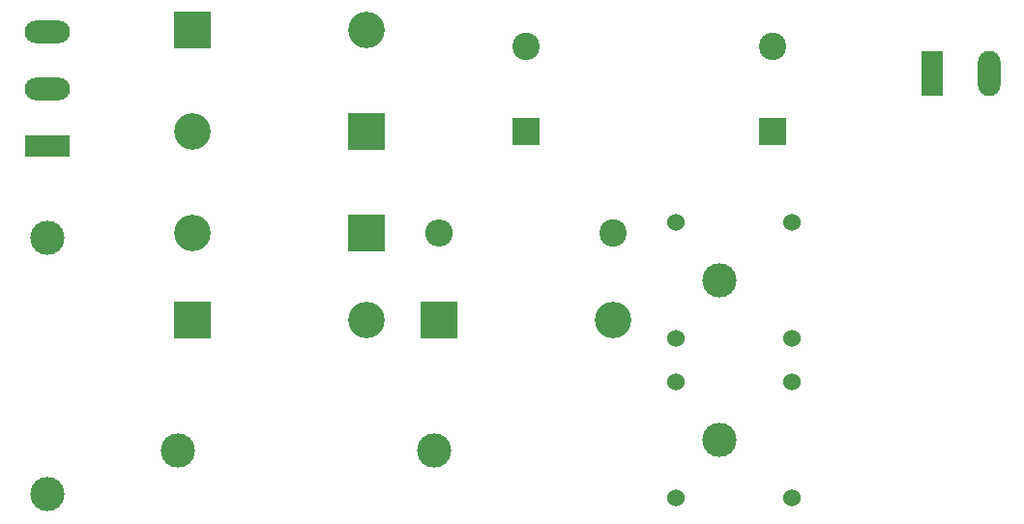
<source format=gbr>
%TF.GenerationSoftware,KiCad,Pcbnew,(5.1.7)-1*%
%TF.CreationDate,2020-10-14T23:46:54+02:00*%
%TF.ProjectId,rectifier,72656374-6966-4696-9572-2e6b69636164,rev?*%
%TF.SameCoordinates,Original*%
%TF.FileFunction,Copper,L1,Top*%
%TF.FilePolarity,Positive*%
%FSLAX46Y46*%
G04 Gerber Fmt 4.6, Leading zero omitted, Abs format (unit mm)*
G04 Created by KiCad (PCBNEW (5.1.7)-1) date 2020-10-14 23:46:54*
%MOMM*%
%LPD*%
G01*
G04 APERTURE LIST*
%TA.AperFunction,WasherPad*%
%ADD10C,1.524000*%
%TD*%
%TA.AperFunction,ComponentPad*%
%ADD11C,3.000000*%
%TD*%
%TA.AperFunction,ComponentPad*%
%ADD12R,2.400000X2.400000*%
%TD*%
%TA.AperFunction,ComponentPad*%
%ADD13C,2.400000*%
%TD*%
%TA.AperFunction,ComponentPad*%
%ADD14O,3.200000X3.200000*%
%TD*%
%TA.AperFunction,ComponentPad*%
%ADD15R,3.200000X3.200000*%
%TD*%
%TA.AperFunction,ComponentPad*%
%ADD16R,3.960000X1.980000*%
%TD*%
%TA.AperFunction,ComponentPad*%
%ADD17O,3.960000X1.980000*%
%TD*%
%TA.AperFunction,ComponentPad*%
%ADD18R,1.980000X3.960000*%
%TD*%
%TA.AperFunction,ComponentPad*%
%ADD19O,1.980000X3.960000*%
%TD*%
%TA.AperFunction,ComponentPad*%
%ADD20O,2.400000X2.400000*%
%TD*%
G04 APERTURE END LIST*
D10*
%TO.P,J4,*%
%TO.N,*%
X85520000Y-48610000D03*
X75360000Y-58770000D03*
X75360000Y-48610000D03*
X85520000Y-58770000D03*
D11*
%TO.P,J4,1*%
%TO.N,Net-(F2-Pad1)*%
X79160000Y-53690000D03*
%TD*%
D10*
%TO.P,J3,*%
%TO.N,*%
X85520000Y-34640000D03*
X75360000Y-44800000D03*
X75360000Y-34640000D03*
X85520000Y-44800000D03*
D11*
%TO.P,J3,1*%
%TO.N,Net-(C1-Pad2)*%
X79160000Y-39720000D03*
%TD*%
D12*
%TO.P,C1,1*%
%TO.N,Net-(C1-Pad1)*%
X62230000Y-26670000D03*
D13*
%TO.P,C1,2*%
%TO.N,Net-(C1-Pad2)*%
X62230000Y-19170000D03*
%TD*%
%TO.P,C2,2*%
%TO.N,Net-(C1-Pad2)*%
X83820000Y-19170000D03*
D12*
%TO.P,C2,1*%
%TO.N,Net-(C2-Pad1)*%
X83820000Y-26670000D03*
%TD*%
D14*
%TO.P,D1,2*%
%TO.N,Net-(D1-Pad2)*%
X33020000Y-35560000D03*
D15*
%TO.P,D1,1*%
%TO.N,Net-(C1-Pad1)*%
X48260000Y-35560000D03*
%TD*%
%TO.P,D2,1*%
%TO.N,Net-(D1-Pad2)*%
X33020000Y-43180000D03*
D14*
%TO.P,D2,2*%
%TO.N,Net-(C1-Pad2)*%
X48260000Y-43180000D03*
%TD*%
%TO.P,D3,2*%
%TO.N,Net-(D3-Pad2)*%
X33020000Y-26670000D03*
D15*
%TO.P,D3,1*%
%TO.N,Net-(C1-Pad1)*%
X48260000Y-26670000D03*
%TD*%
%TO.P,D4,1*%
%TO.N,Net-(D3-Pad2)*%
X33020000Y-17780000D03*
D14*
%TO.P,D4,2*%
%TO.N,Net-(C1-Pad2)*%
X48260000Y-17780000D03*
%TD*%
D15*
%TO.P,D5,1*%
%TO.N,Net-(D5-Pad1)*%
X54610000Y-43180000D03*
D14*
%TO.P,D5,2*%
%TO.N,Net-(C2-Pad1)*%
X69850000Y-43180000D03*
%TD*%
D11*
%TO.P,F1,1*%
%TO.N,Net-(D1-Pad2)*%
X20320000Y-58420000D03*
%TO.P,F1,2*%
%TO.N,Net-(F1-Pad2)*%
X20320000Y-35920000D03*
%TD*%
%TO.P,F2,2*%
%TO.N,Net-(D5-Pad1)*%
X54250000Y-54610000D03*
%TO.P,F2,1*%
%TO.N,Net-(F2-Pad1)*%
X31750000Y-54610000D03*
%TD*%
D16*
%TO.P,J1,1*%
%TO.N,Net-(F1-Pad2)*%
X20320000Y-27940000D03*
D17*
%TO.P,J1,2*%
%TO.N,Net-(J1-Pad2)*%
X20320000Y-22940000D03*
%TO.P,J1,3*%
%TO.N,Net-(D3-Pad2)*%
X20320000Y-17940000D03*
%TD*%
D18*
%TO.P,J2,1*%
%TO.N,Net-(F2-Pad1)*%
X97790000Y-21590000D03*
D19*
%TO.P,J2,2*%
%TO.N,Net-(C1-Pad2)*%
X102790000Y-21590000D03*
%TD*%
D13*
%TO.P,R1,1*%
%TO.N,Net-(C2-Pad1)*%
X69850000Y-35560000D03*
D20*
%TO.P,R1,2*%
%TO.N,Net-(C1-Pad1)*%
X54610000Y-35560000D03*
%TD*%
M02*

</source>
